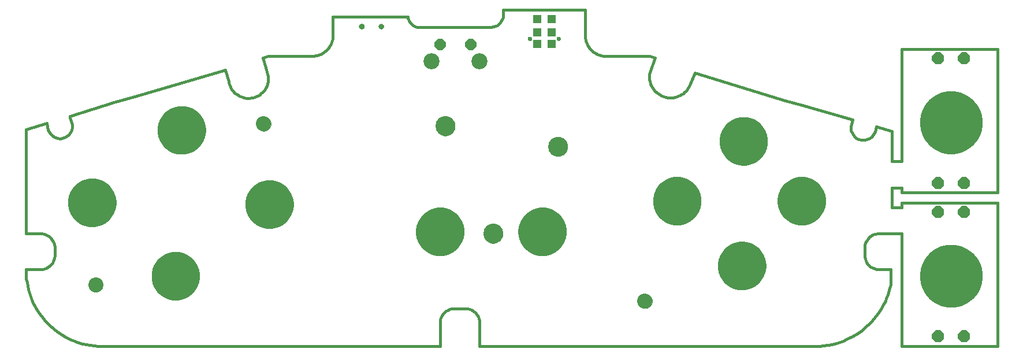
<source format=gbs>
G75*
G70*
%OFA0B0*%
%FSLAX24Y24*%
%IPPOS*%
%LPD*%
%AMOC8*
5,1,8,0,0,1.08239X$1,22.5*
%
%ADD10C,0.0000*%
%ADD11C,0.1142*%
%ADD12C,0.0867*%
%ADD13C,0.0160*%
%ADD14C,0.2008*%
%ADD15R,0.0512X0.0512*%
%ADD16C,0.0316*%
%ADD17C,0.2835*%
%ADD18OC8,0.0700*%
%ADD19OC8,0.0640*%
%ADD20C,0.0925*%
%ADD21C,0.0237*%
D10*
X004901Y004920D02*
X004903Y004960D01*
X004909Y005001D01*
X004919Y005040D01*
X004932Y005078D01*
X004950Y005115D01*
X004971Y005149D01*
X004995Y005182D01*
X005022Y005212D01*
X005052Y005239D01*
X005085Y005263D01*
X005119Y005284D01*
X005156Y005302D01*
X005194Y005315D01*
X005233Y005325D01*
X005274Y005331D01*
X005314Y005333D01*
X005354Y005331D01*
X005395Y005325D01*
X005434Y005315D01*
X005472Y005302D01*
X005509Y005284D01*
X005543Y005263D01*
X005576Y005239D01*
X005606Y005212D01*
X005633Y005182D01*
X005657Y005149D01*
X005678Y005115D01*
X005696Y005078D01*
X005709Y005040D01*
X005719Y005001D01*
X005725Y004960D01*
X005727Y004920D01*
X005725Y004880D01*
X005719Y004839D01*
X005709Y004800D01*
X005696Y004762D01*
X005678Y004725D01*
X005657Y004691D01*
X005633Y004658D01*
X005606Y004628D01*
X005576Y004601D01*
X005543Y004577D01*
X005509Y004556D01*
X005472Y004538D01*
X005434Y004525D01*
X005395Y004515D01*
X005354Y004509D01*
X005314Y004507D01*
X005274Y004509D01*
X005233Y004515D01*
X005194Y004525D01*
X005156Y004538D01*
X005119Y004556D01*
X005085Y004577D01*
X005052Y004601D01*
X005022Y004628D01*
X004995Y004658D01*
X004971Y004691D01*
X004950Y004725D01*
X004932Y004762D01*
X004919Y004800D01*
X004909Y004839D01*
X004903Y004880D01*
X004901Y004920D01*
X024940Y014074D02*
X024942Y014121D01*
X024948Y014167D01*
X024958Y014213D01*
X024971Y014258D01*
X024989Y014301D01*
X025010Y014343D01*
X025034Y014383D01*
X025062Y014420D01*
X025093Y014455D01*
X025127Y014488D01*
X025163Y014517D01*
X025202Y014543D01*
X025243Y014566D01*
X025286Y014585D01*
X025330Y014601D01*
X025375Y014613D01*
X025421Y014621D01*
X025468Y014625D01*
X025514Y014625D01*
X025561Y014621D01*
X025607Y014613D01*
X025652Y014601D01*
X025696Y014585D01*
X025739Y014566D01*
X025780Y014543D01*
X025819Y014517D01*
X025855Y014488D01*
X025889Y014455D01*
X025920Y014420D01*
X025948Y014383D01*
X025972Y014343D01*
X025993Y014301D01*
X026011Y014258D01*
X026024Y014213D01*
X026034Y014167D01*
X026040Y014121D01*
X026042Y014074D01*
X026040Y014027D01*
X026034Y013981D01*
X026024Y013935D01*
X026011Y013890D01*
X025993Y013847D01*
X025972Y013805D01*
X025948Y013765D01*
X025920Y013728D01*
X025889Y013693D01*
X025855Y013660D01*
X025819Y013631D01*
X025780Y013605D01*
X025739Y013582D01*
X025696Y013563D01*
X025652Y013547D01*
X025607Y013535D01*
X025561Y013527D01*
X025514Y013523D01*
X025468Y013523D01*
X025421Y013527D01*
X025375Y013535D01*
X025330Y013547D01*
X025286Y013563D01*
X025243Y013582D01*
X025202Y013605D01*
X025163Y013631D01*
X025127Y013660D01*
X025093Y013693D01*
X025062Y013728D01*
X025034Y013765D01*
X025010Y013805D01*
X024989Y013847D01*
X024971Y013890D01*
X024958Y013935D01*
X024948Y013981D01*
X024942Y014027D01*
X024940Y014074D01*
X031436Y012893D02*
X031438Y012940D01*
X031444Y012986D01*
X031454Y013032D01*
X031467Y013077D01*
X031485Y013120D01*
X031506Y013162D01*
X031530Y013202D01*
X031558Y013239D01*
X031589Y013274D01*
X031623Y013307D01*
X031659Y013336D01*
X031698Y013362D01*
X031739Y013385D01*
X031782Y013404D01*
X031826Y013420D01*
X031871Y013432D01*
X031917Y013440D01*
X031964Y013444D01*
X032010Y013444D01*
X032057Y013440D01*
X032103Y013432D01*
X032148Y013420D01*
X032192Y013404D01*
X032235Y013385D01*
X032276Y013362D01*
X032315Y013336D01*
X032351Y013307D01*
X032385Y013274D01*
X032416Y013239D01*
X032444Y013202D01*
X032468Y013162D01*
X032489Y013120D01*
X032507Y013077D01*
X032520Y013032D01*
X032530Y012986D01*
X032536Y012940D01*
X032538Y012893D01*
X032536Y012846D01*
X032530Y012800D01*
X032520Y012754D01*
X032507Y012709D01*
X032489Y012666D01*
X032468Y012624D01*
X032444Y012584D01*
X032416Y012547D01*
X032385Y012512D01*
X032351Y012479D01*
X032315Y012450D01*
X032276Y012424D01*
X032235Y012401D01*
X032192Y012382D01*
X032148Y012366D01*
X032103Y012354D01*
X032057Y012346D01*
X032010Y012342D01*
X031964Y012342D01*
X031917Y012346D01*
X031871Y012354D01*
X031826Y012366D01*
X031782Y012382D01*
X031739Y012401D01*
X031698Y012424D01*
X031659Y012450D01*
X031623Y012479D01*
X031589Y012512D01*
X031558Y012547D01*
X031530Y012584D01*
X031506Y012624D01*
X031485Y012666D01*
X031467Y012709D01*
X031454Y012754D01*
X031444Y012800D01*
X031438Y012846D01*
X031436Y012893D01*
X027696Y007873D02*
X027698Y007920D01*
X027704Y007966D01*
X027714Y008012D01*
X027727Y008057D01*
X027745Y008100D01*
X027766Y008142D01*
X027790Y008182D01*
X027818Y008219D01*
X027849Y008254D01*
X027883Y008287D01*
X027919Y008316D01*
X027958Y008342D01*
X027999Y008365D01*
X028042Y008384D01*
X028086Y008400D01*
X028131Y008412D01*
X028177Y008420D01*
X028224Y008424D01*
X028270Y008424D01*
X028317Y008420D01*
X028363Y008412D01*
X028408Y008400D01*
X028452Y008384D01*
X028495Y008365D01*
X028536Y008342D01*
X028575Y008316D01*
X028611Y008287D01*
X028645Y008254D01*
X028676Y008219D01*
X028704Y008182D01*
X028728Y008142D01*
X028749Y008100D01*
X028767Y008057D01*
X028780Y008012D01*
X028790Y007966D01*
X028796Y007920D01*
X028798Y007873D01*
X028796Y007826D01*
X028790Y007780D01*
X028780Y007734D01*
X028767Y007689D01*
X028749Y007646D01*
X028728Y007604D01*
X028704Y007564D01*
X028676Y007527D01*
X028645Y007492D01*
X028611Y007459D01*
X028575Y007430D01*
X028536Y007404D01*
X028495Y007381D01*
X028452Y007362D01*
X028408Y007346D01*
X028363Y007334D01*
X028317Y007326D01*
X028270Y007322D01*
X028224Y007322D01*
X028177Y007326D01*
X028131Y007334D01*
X028086Y007346D01*
X028042Y007362D01*
X027999Y007381D01*
X027958Y007404D01*
X027919Y007430D01*
X027883Y007459D01*
X027849Y007492D01*
X027818Y007527D01*
X027790Y007564D01*
X027766Y007604D01*
X027745Y007646D01*
X027727Y007689D01*
X027714Y007734D01*
X027704Y007780D01*
X027698Y007826D01*
X027696Y007873D01*
X036594Y003975D02*
X036596Y004015D01*
X036602Y004056D01*
X036612Y004095D01*
X036625Y004133D01*
X036643Y004170D01*
X036664Y004204D01*
X036688Y004237D01*
X036715Y004267D01*
X036745Y004294D01*
X036778Y004318D01*
X036812Y004339D01*
X036849Y004357D01*
X036887Y004370D01*
X036926Y004380D01*
X036967Y004386D01*
X037007Y004388D01*
X037047Y004386D01*
X037088Y004380D01*
X037127Y004370D01*
X037165Y004357D01*
X037202Y004339D01*
X037236Y004318D01*
X037269Y004294D01*
X037299Y004267D01*
X037326Y004237D01*
X037350Y004204D01*
X037371Y004170D01*
X037389Y004133D01*
X037402Y004095D01*
X037412Y004056D01*
X037418Y004015D01*
X037420Y003975D01*
X037418Y003935D01*
X037412Y003894D01*
X037402Y003855D01*
X037389Y003817D01*
X037371Y003780D01*
X037350Y003746D01*
X037326Y003713D01*
X037299Y003683D01*
X037269Y003656D01*
X037236Y003632D01*
X037202Y003611D01*
X037165Y003593D01*
X037127Y003580D01*
X037088Y003570D01*
X037047Y003564D01*
X037007Y003562D01*
X036967Y003564D01*
X036926Y003570D01*
X036887Y003580D01*
X036849Y003593D01*
X036812Y003611D01*
X036778Y003632D01*
X036745Y003656D01*
X036715Y003683D01*
X036688Y003713D01*
X036664Y003746D01*
X036643Y003780D01*
X036625Y003817D01*
X036612Y003855D01*
X036602Y003894D01*
X036596Y003935D01*
X036594Y003975D01*
X014596Y014201D02*
X014598Y014241D01*
X014604Y014282D01*
X014614Y014321D01*
X014627Y014359D01*
X014645Y014396D01*
X014666Y014430D01*
X014690Y014463D01*
X014717Y014493D01*
X014747Y014520D01*
X014780Y014544D01*
X014814Y014565D01*
X014851Y014583D01*
X014889Y014596D01*
X014928Y014606D01*
X014969Y014612D01*
X015009Y014614D01*
X015049Y014612D01*
X015090Y014606D01*
X015129Y014596D01*
X015167Y014583D01*
X015204Y014565D01*
X015238Y014544D01*
X015271Y014520D01*
X015301Y014493D01*
X015328Y014463D01*
X015352Y014430D01*
X015373Y014396D01*
X015391Y014359D01*
X015404Y014321D01*
X015414Y014282D01*
X015420Y014241D01*
X015422Y014201D01*
X015420Y014161D01*
X015414Y014120D01*
X015404Y014081D01*
X015391Y014043D01*
X015373Y014006D01*
X015352Y013972D01*
X015328Y013939D01*
X015301Y013909D01*
X015271Y013882D01*
X015238Y013858D01*
X015204Y013837D01*
X015167Y013819D01*
X015129Y013806D01*
X015090Y013796D01*
X015049Y013790D01*
X015009Y013788D01*
X014969Y013790D01*
X014928Y013796D01*
X014889Y013806D01*
X014851Y013819D01*
X014814Y013837D01*
X014780Y013858D01*
X014747Y013882D01*
X014717Y013909D01*
X014690Y013939D01*
X014666Y013972D01*
X014645Y014006D01*
X014627Y014043D01*
X014614Y014081D01*
X014604Y014120D01*
X014598Y014161D01*
X014596Y014201D01*
X020530Y019826D02*
X020532Y019849D01*
X020538Y019872D01*
X020548Y019893D01*
X020561Y019913D01*
X020577Y019930D01*
X020596Y019944D01*
X020617Y019954D01*
X020639Y019961D01*
X020662Y019964D01*
X020686Y019963D01*
X020708Y019958D01*
X020730Y019949D01*
X020750Y019937D01*
X020768Y019921D01*
X020782Y019903D01*
X020794Y019883D01*
X020802Y019861D01*
X020806Y019838D01*
X020806Y019814D01*
X020802Y019791D01*
X020794Y019769D01*
X020782Y019749D01*
X020768Y019731D01*
X020750Y019715D01*
X020730Y019703D01*
X020708Y019694D01*
X020686Y019689D01*
X020662Y019688D01*
X020639Y019691D01*
X020617Y019698D01*
X020596Y019708D01*
X020577Y019722D01*
X020561Y019739D01*
X020548Y019759D01*
X020538Y019780D01*
X020532Y019803D01*
X020530Y019826D01*
X021652Y019826D02*
X021654Y019849D01*
X021660Y019872D01*
X021670Y019893D01*
X021683Y019913D01*
X021699Y019930D01*
X021718Y019944D01*
X021739Y019954D01*
X021761Y019961D01*
X021784Y019964D01*
X021808Y019963D01*
X021830Y019958D01*
X021852Y019949D01*
X021872Y019937D01*
X021890Y019921D01*
X021904Y019903D01*
X021916Y019883D01*
X021924Y019861D01*
X021928Y019838D01*
X021928Y019814D01*
X021924Y019791D01*
X021916Y019769D01*
X021904Y019749D01*
X021890Y019731D01*
X021872Y019715D01*
X021852Y019703D01*
X021830Y019694D01*
X021808Y019689D01*
X021784Y019688D01*
X021761Y019691D01*
X021739Y019698D01*
X021718Y019708D01*
X021699Y019722D01*
X021683Y019739D01*
X021670Y019759D01*
X021660Y019780D01*
X021654Y019803D01*
X021652Y019826D01*
X030275Y019109D02*
X030277Y019128D01*
X030282Y019147D01*
X030292Y019163D01*
X030304Y019178D01*
X030319Y019190D01*
X030335Y019200D01*
X030354Y019205D01*
X030373Y019207D01*
X030392Y019205D01*
X030411Y019200D01*
X030427Y019190D01*
X030442Y019178D01*
X030454Y019163D01*
X030464Y019147D01*
X030469Y019128D01*
X030471Y019109D01*
X030469Y019090D01*
X030464Y019071D01*
X030454Y019055D01*
X030442Y019040D01*
X030427Y019028D01*
X030411Y019018D01*
X030392Y019013D01*
X030373Y019011D01*
X030354Y019013D01*
X030335Y019018D01*
X030319Y019028D01*
X030304Y019040D01*
X030292Y019055D01*
X030282Y019071D01*
X030277Y019090D01*
X030275Y019109D01*
X031929Y019109D02*
X031931Y019128D01*
X031936Y019147D01*
X031946Y019163D01*
X031958Y019178D01*
X031973Y019190D01*
X031989Y019200D01*
X032008Y019205D01*
X032027Y019207D01*
X032046Y019205D01*
X032065Y019200D01*
X032081Y019190D01*
X032096Y019178D01*
X032108Y019163D01*
X032118Y019147D01*
X032123Y019128D01*
X032125Y019109D01*
X032123Y019090D01*
X032118Y019071D01*
X032108Y019055D01*
X032096Y019040D01*
X032081Y019028D01*
X032065Y019018D01*
X032046Y019013D01*
X032027Y019011D01*
X032008Y019013D01*
X031989Y019018D01*
X031973Y019028D01*
X031958Y019040D01*
X031946Y019055D01*
X031936Y019071D01*
X031931Y019090D01*
X031929Y019109D01*
D11*
X025491Y014074D03*
X031987Y012893D03*
X028247Y007873D03*
D12*
X037007Y003975D03*
X015009Y014201D03*
X005314Y004920D03*
D13*
X003900Y001750D02*
X003710Y001840D01*
X003550Y001920D01*
X003350Y002040D01*
X003110Y002200D01*
X002880Y002380D01*
X002660Y002570D01*
X002550Y002680D01*
X002400Y002840D01*
X002280Y002980D01*
X002180Y003110D01*
X002060Y003270D01*
X001960Y003420D01*
X001830Y003650D01*
X001710Y003870D01*
X001640Y004030D01*
X001520Y004350D01*
X001430Y004660D01*
X001380Y004870D01*
X001350Y005040D01*
X001310Y005290D01*
X001280Y005800D01*
X002120Y005810D01*
X002210Y005810D01*
X002260Y005820D01*
X002350Y005840D01*
X002460Y005880D01*
X002560Y005930D01*
X002660Y006000D01*
X002750Y006100D01*
X002820Y006190D01*
X002870Y006280D01*
X002900Y006340D01*
X002940Y006470D01*
X002950Y006590D01*
X002950Y007100D01*
X002930Y007230D01*
X002920Y007270D01*
X002870Y007410D01*
X002720Y007620D01*
X002620Y007710D01*
X002490Y007790D01*
X002370Y007840D01*
X002190Y007870D01*
X001280Y007870D01*
X001280Y013880D01*
X002490Y014240D01*
X002570Y013850D01*
X002680Y013640D01*
X002830Y013500D01*
X002940Y013430D01*
X003110Y013370D01*
X003260Y013360D01*
X003480Y013400D01*
X003640Y013480D01*
X003760Y013570D01*
X003850Y013700D01*
X003920Y013830D01*
X003960Y014020D01*
X003950Y014160D01*
X003930Y014280D01*
X003840Y014550D01*
X003820Y014660D01*
X006460Y015470D01*
X006600Y015510D01*
X007560Y015790D01*
X012780Y017320D01*
X012980Y016640D01*
X013000Y016570D01*
X013020Y016490D01*
X013050Y016410D01*
X013140Y016230D01*
X013170Y016190D01*
X013220Y016120D01*
X013260Y016070D01*
X013340Y015990D01*
X013400Y015940D01*
X013450Y015900D01*
X013560Y015830D01*
X013610Y015800D01*
X013690Y015770D01*
X013790Y015730D01*
X013860Y015710D01*
X013910Y015700D01*
X013980Y015690D01*
X014020Y015690D01*
X014160Y015680D01*
X014320Y015700D01*
X014410Y015720D01*
X014490Y015740D01*
X014570Y015770D01*
X014720Y015850D01*
X014790Y015890D01*
X014840Y015930D01*
X014960Y016040D01*
X015050Y016150D01*
X015130Y016280D01*
X015180Y016370D01*
X015230Y016520D01*
X015260Y016650D01*
X015270Y016740D01*
X015270Y016950D01*
X015130Y017430D01*
X014960Y018010D01*
X015260Y018110D01*
X017860Y018110D01*
X018060Y018130D01*
X018190Y018170D01*
X018350Y018230D01*
X018510Y018330D01*
X018630Y018430D01*
X018720Y018530D01*
X018810Y018650D01*
X018900Y018820D01*
X018960Y019000D01*
X018990Y019110D01*
X019000Y019160D01*
X019000Y020376D01*
X023320Y020376D01*
X023340Y020282D01*
X023350Y020260D01*
X023400Y020130D01*
X023460Y020040D01*
X023550Y019940D01*
X023630Y019880D01*
X023750Y019820D01*
X023860Y019790D01*
X023940Y019780D01*
X028140Y019780D01*
X028270Y019800D01*
X028390Y019840D01*
X028490Y019890D01*
X028570Y019950D01*
X028670Y020050D01*
X028710Y020100D01*
X028770Y020210D01*
X028800Y020290D01*
X028820Y020350D01*
X028830Y020410D01*
X028840Y020770D01*
X033560Y020770D01*
X033560Y019200D01*
X033600Y018980D01*
X033650Y018850D01*
X033690Y018760D01*
X033750Y018660D01*
X033820Y018560D01*
X033930Y018440D01*
X034020Y018360D01*
X034160Y018270D01*
X034270Y018210D01*
X034370Y018170D01*
X034480Y018140D01*
X034580Y018120D01*
X034750Y018110D01*
X037310Y018110D01*
X037600Y018010D01*
X037290Y017190D01*
X037270Y017060D01*
X037260Y016910D01*
X037270Y016790D01*
X037300Y016630D01*
X037330Y016540D01*
X037340Y016490D01*
X037390Y016390D01*
X037490Y016220D01*
X037610Y016070D01*
X037690Y016000D01*
X037830Y015900D01*
X037980Y015810D01*
X038190Y015750D01*
X038330Y015720D01*
X038400Y015710D01*
X038520Y015710D01*
X038630Y015720D01*
X038750Y015740D01*
X038860Y015770D01*
X038940Y015800D01*
X039030Y015840D01*
X039130Y015900D01*
X039220Y015960D01*
X039300Y016030D01*
X039370Y016090D01*
X039430Y016160D01*
X039470Y016210D01*
X039570Y016370D01*
X039600Y016440D01*
X039880Y017130D01*
X045080Y015560D01*
X046090Y015270D01*
X048980Y014450D01*
X048890Y014030D01*
X048910Y013810D01*
X048980Y013640D01*
X049080Y013490D01*
X049200Y013390D01*
X049320Y013320D01*
X049490Y013270D01*
X049700Y013270D01*
X049920Y013330D01*
X050090Y013450D01*
X050170Y013540D01*
X050280Y013730D01*
X050360Y014050D01*
X051270Y013780D01*
X051270Y012040D01*
X051840Y012040D01*
X051840Y018508D01*
X057352Y018508D01*
X057352Y010240D01*
X051840Y010240D01*
X051840Y010520D01*
X051270Y010520D01*
X051270Y009370D01*
X051840Y009370D01*
X051840Y009648D01*
X057352Y009648D01*
X057352Y001380D01*
X051840Y001380D01*
X051840Y007870D01*
X050430Y007870D01*
X050340Y007860D01*
X050260Y007840D01*
X050170Y007810D01*
X050050Y007740D01*
X049960Y007670D01*
X049880Y007590D01*
X049800Y007460D01*
X049740Y007330D01*
X049710Y007210D01*
X049700Y006550D01*
X049720Y006410D01*
X049800Y006210D01*
X049870Y006100D01*
X050030Y005960D01*
X050120Y005900D01*
X050290Y005830D01*
X050370Y005810D01*
X051200Y005810D01*
X051200Y005080D01*
X051180Y004900D01*
X051140Y004730D01*
X051020Y004340D01*
X050940Y004130D01*
X050880Y003990D01*
X050770Y003770D01*
X050620Y003510D01*
X050470Y003280D01*
X050090Y002810D01*
X049970Y002690D01*
X049770Y002500D01*
X049620Y002370D01*
X049520Y002290D01*
X049340Y002160D01*
X049230Y002090D01*
X049100Y002010D01*
X048980Y001940D01*
X048770Y001830D01*
X048640Y001770D01*
X048460Y001690D01*
X048260Y001620D01*
X048070Y001560D01*
X047810Y001490D01*
X047600Y001450D01*
X047270Y001400D01*
X047120Y001390D01*
X046940Y001380D01*
X027460Y001380D01*
X027460Y002840D01*
X027420Y002990D01*
X027390Y003070D01*
X027340Y003170D01*
X027220Y003320D01*
X027110Y003410D01*
X027000Y003470D01*
X026880Y003510D01*
X026810Y003530D01*
X026740Y003540D01*
X025940Y003540D01*
X025820Y003530D01*
X025730Y003500D01*
X025630Y003460D01*
X025540Y003410D01*
X025460Y003350D01*
X025370Y003250D01*
X025290Y003140D01*
X025260Y003070D01*
X025240Y003020D01*
X025210Y002900D01*
X025190Y002810D01*
X025190Y001380D01*
X005470Y001380D01*
X005240Y001400D01*
X005000Y001430D01*
X004560Y001520D01*
X004320Y001590D01*
X004100Y001670D01*
X003900Y001750D01*
D14*
X009546Y005412D02*
X009548Y005451D01*
X009554Y005490D01*
X009564Y005528D01*
X009577Y005565D01*
X009594Y005600D01*
X009614Y005634D01*
X009638Y005665D01*
X009665Y005694D01*
X009694Y005720D01*
X009726Y005743D01*
X009760Y005763D01*
X009796Y005779D01*
X009833Y005791D01*
X009872Y005800D01*
X009911Y005805D01*
X009950Y005806D01*
X009989Y005803D01*
X010028Y005796D01*
X010065Y005785D01*
X010102Y005771D01*
X010137Y005753D01*
X010170Y005732D01*
X010201Y005707D01*
X010229Y005680D01*
X010254Y005650D01*
X010276Y005617D01*
X010295Y005583D01*
X010310Y005547D01*
X010322Y005509D01*
X010330Y005471D01*
X010334Y005432D01*
X010334Y005392D01*
X010330Y005353D01*
X010322Y005315D01*
X010310Y005277D01*
X010295Y005241D01*
X010276Y005207D01*
X010254Y005174D01*
X010229Y005144D01*
X010201Y005117D01*
X010170Y005092D01*
X010137Y005071D01*
X010102Y005053D01*
X010065Y005039D01*
X010028Y005028D01*
X009989Y005021D01*
X009950Y005018D01*
X009911Y005019D01*
X009872Y005024D01*
X009833Y005033D01*
X009796Y005045D01*
X009760Y005061D01*
X009726Y005081D01*
X009694Y005104D01*
X009665Y005130D01*
X009638Y005159D01*
X009614Y005190D01*
X009594Y005224D01*
X009577Y005259D01*
X009564Y005296D01*
X009554Y005334D01*
X009548Y005373D01*
X009546Y005412D01*
X014959Y009546D02*
X014961Y009585D01*
X014967Y009624D01*
X014977Y009662D01*
X014990Y009699D01*
X015007Y009734D01*
X015027Y009768D01*
X015051Y009799D01*
X015078Y009828D01*
X015107Y009854D01*
X015139Y009877D01*
X015173Y009897D01*
X015209Y009913D01*
X015246Y009925D01*
X015285Y009934D01*
X015324Y009939D01*
X015363Y009940D01*
X015402Y009937D01*
X015441Y009930D01*
X015478Y009919D01*
X015515Y009905D01*
X015550Y009887D01*
X015583Y009866D01*
X015614Y009841D01*
X015642Y009814D01*
X015667Y009784D01*
X015689Y009751D01*
X015708Y009717D01*
X015723Y009681D01*
X015735Y009643D01*
X015743Y009605D01*
X015747Y009566D01*
X015747Y009526D01*
X015743Y009487D01*
X015735Y009449D01*
X015723Y009411D01*
X015708Y009375D01*
X015689Y009341D01*
X015667Y009308D01*
X015642Y009278D01*
X015614Y009251D01*
X015583Y009226D01*
X015550Y009205D01*
X015515Y009187D01*
X015478Y009173D01*
X015441Y009162D01*
X015402Y009155D01*
X015363Y009152D01*
X015324Y009153D01*
X015285Y009158D01*
X015246Y009167D01*
X015209Y009179D01*
X015173Y009195D01*
X015139Y009215D01*
X015107Y009238D01*
X015078Y009264D01*
X015051Y009293D01*
X015027Y009324D01*
X015007Y009358D01*
X014990Y009393D01*
X014977Y009430D01*
X014967Y009468D01*
X014961Y009507D01*
X014959Y009546D01*
X024802Y007971D02*
X024804Y008010D01*
X024810Y008049D01*
X024820Y008087D01*
X024833Y008124D01*
X024850Y008159D01*
X024870Y008193D01*
X024894Y008224D01*
X024921Y008253D01*
X024950Y008279D01*
X024982Y008302D01*
X025016Y008322D01*
X025052Y008338D01*
X025089Y008350D01*
X025128Y008359D01*
X025167Y008364D01*
X025206Y008365D01*
X025245Y008362D01*
X025284Y008355D01*
X025321Y008344D01*
X025358Y008330D01*
X025393Y008312D01*
X025426Y008291D01*
X025457Y008266D01*
X025485Y008239D01*
X025510Y008209D01*
X025532Y008176D01*
X025551Y008142D01*
X025566Y008106D01*
X025578Y008068D01*
X025586Y008030D01*
X025590Y007991D01*
X025590Y007951D01*
X025586Y007912D01*
X025578Y007874D01*
X025566Y007836D01*
X025551Y007800D01*
X025532Y007766D01*
X025510Y007733D01*
X025485Y007703D01*
X025457Y007676D01*
X025426Y007651D01*
X025393Y007630D01*
X025358Y007612D01*
X025321Y007598D01*
X025284Y007587D01*
X025245Y007580D01*
X025206Y007577D01*
X025167Y007578D01*
X025128Y007583D01*
X025089Y007592D01*
X025052Y007604D01*
X025016Y007620D01*
X024982Y007640D01*
X024950Y007663D01*
X024921Y007689D01*
X024894Y007718D01*
X024870Y007749D01*
X024850Y007783D01*
X024833Y007818D01*
X024820Y007855D01*
X024810Y007893D01*
X024804Y007932D01*
X024802Y007971D01*
X030707Y007971D02*
X030709Y008010D01*
X030715Y008049D01*
X030725Y008087D01*
X030738Y008124D01*
X030755Y008159D01*
X030775Y008193D01*
X030799Y008224D01*
X030826Y008253D01*
X030855Y008279D01*
X030887Y008302D01*
X030921Y008322D01*
X030957Y008338D01*
X030994Y008350D01*
X031033Y008359D01*
X031072Y008364D01*
X031111Y008365D01*
X031150Y008362D01*
X031189Y008355D01*
X031226Y008344D01*
X031263Y008330D01*
X031298Y008312D01*
X031331Y008291D01*
X031362Y008266D01*
X031390Y008239D01*
X031415Y008209D01*
X031437Y008176D01*
X031456Y008142D01*
X031471Y008106D01*
X031483Y008068D01*
X031491Y008030D01*
X031495Y007991D01*
X031495Y007951D01*
X031491Y007912D01*
X031483Y007874D01*
X031471Y007836D01*
X031456Y007800D01*
X031437Y007766D01*
X031415Y007733D01*
X031390Y007703D01*
X031362Y007676D01*
X031331Y007651D01*
X031298Y007630D01*
X031263Y007612D01*
X031226Y007598D01*
X031189Y007587D01*
X031150Y007580D01*
X031111Y007577D01*
X031072Y007578D01*
X031033Y007583D01*
X030994Y007592D01*
X030957Y007604D01*
X030921Y007620D01*
X030887Y007640D01*
X030855Y007663D01*
X030826Y007689D01*
X030799Y007718D01*
X030775Y007749D01*
X030755Y007783D01*
X030738Y007818D01*
X030725Y007855D01*
X030715Y007893D01*
X030709Y007932D01*
X030707Y007971D01*
X038483Y009743D02*
X038485Y009782D01*
X038491Y009821D01*
X038501Y009859D01*
X038514Y009896D01*
X038531Y009931D01*
X038551Y009965D01*
X038575Y009996D01*
X038602Y010025D01*
X038631Y010051D01*
X038663Y010074D01*
X038697Y010094D01*
X038733Y010110D01*
X038770Y010122D01*
X038809Y010131D01*
X038848Y010136D01*
X038887Y010137D01*
X038926Y010134D01*
X038965Y010127D01*
X039002Y010116D01*
X039039Y010102D01*
X039074Y010084D01*
X039107Y010063D01*
X039138Y010038D01*
X039166Y010011D01*
X039191Y009981D01*
X039213Y009948D01*
X039232Y009914D01*
X039247Y009878D01*
X039259Y009840D01*
X039267Y009802D01*
X039271Y009763D01*
X039271Y009723D01*
X039267Y009684D01*
X039259Y009646D01*
X039247Y009608D01*
X039232Y009572D01*
X039213Y009538D01*
X039191Y009505D01*
X039166Y009475D01*
X039138Y009448D01*
X039107Y009423D01*
X039074Y009402D01*
X039039Y009384D01*
X039002Y009370D01*
X038965Y009359D01*
X038926Y009352D01*
X038887Y009349D01*
X038848Y009350D01*
X038809Y009355D01*
X038770Y009364D01*
X038733Y009376D01*
X038697Y009392D01*
X038663Y009412D01*
X038631Y009435D01*
X038602Y009461D01*
X038575Y009490D01*
X038551Y009521D01*
X038531Y009555D01*
X038514Y009590D01*
X038501Y009627D01*
X038491Y009665D01*
X038485Y009704D01*
X038483Y009743D01*
X045668Y009743D02*
X045670Y009782D01*
X045676Y009821D01*
X045686Y009859D01*
X045699Y009896D01*
X045716Y009931D01*
X045736Y009965D01*
X045760Y009996D01*
X045787Y010025D01*
X045816Y010051D01*
X045848Y010074D01*
X045882Y010094D01*
X045918Y010110D01*
X045955Y010122D01*
X045994Y010131D01*
X046033Y010136D01*
X046072Y010137D01*
X046111Y010134D01*
X046150Y010127D01*
X046187Y010116D01*
X046224Y010102D01*
X046259Y010084D01*
X046292Y010063D01*
X046323Y010038D01*
X046351Y010011D01*
X046376Y009981D01*
X046398Y009948D01*
X046417Y009914D01*
X046432Y009878D01*
X046444Y009840D01*
X046452Y009802D01*
X046456Y009763D01*
X046456Y009723D01*
X046452Y009684D01*
X046444Y009646D01*
X046432Y009608D01*
X046417Y009572D01*
X046398Y009538D01*
X046376Y009505D01*
X046351Y009475D01*
X046323Y009448D01*
X046292Y009423D01*
X046259Y009402D01*
X046224Y009384D01*
X046187Y009370D01*
X046150Y009359D01*
X046111Y009352D01*
X046072Y009349D01*
X046033Y009350D01*
X045994Y009355D01*
X045955Y009364D01*
X045918Y009376D01*
X045882Y009392D01*
X045848Y009412D01*
X045816Y009435D01*
X045787Y009461D01*
X045760Y009490D01*
X045736Y009521D01*
X045716Y009555D01*
X045699Y009590D01*
X045686Y009627D01*
X045676Y009665D01*
X045670Y009704D01*
X045668Y009743D01*
X042321Y013188D02*
X042323Y013227D01*
X042329Y013266D01*
X042339Y013304D01*
X042352Y013341D01*
X042369Y013376D01*
X042389Y013410D01*
X042413Y013441D01*
X042440Y013470D01*
X042469Y013496D01*
X042501Y013519D01*
X042535Y013539D01*
X042571Y013555D01*
X042608Y013567D01*
X042647Y013576D01*
X042686Y013581D01*
X042725Y013582D01*
X042764Y013579D01*
X042803Y013572D01*
X042840Y013561D01*
X042877Y013547D01*
X042912Y013529D01*
X042945Y013508D01*
X042976Y013483D01*
X043004Y013456D01*
X043029Y013426D01*
X043051Y013393D01*
X043070Y013359D01*
X043085Y013323D01*
X043097Y013285D01*
X043105Y013247D01*
X043109Y013208D01*
X043109Y013168D01*
X043105Y013129D01*
X043097Y013091D01*
X043085Y013053D01*
X043070Y013017D01*
X043051Y012983D01*
X043029Y012950D01*
X043004Y012920D01*
X042976Y012893D01*
X042945Y012868D01*
X042912Y012847D01*
X042877Y012829D01*
X042840Y012815D01*
X042803Y012804D01*
X042764Y012797D01*
X042725Y012794D01*
X042686Y012795D01*
X042647Y012800D01*
X042608Y012809D01*
X042571Y012821D01*
X042535Y012837D01*
X042501Y012857D01*
X042469Y012880D01*
X042440Y012906D01*
X042413Y012935D01*
X042389Y012966D01*
X042369Y013000D01*
X042352Y013035D01*
X042339Y013072D01*
X042329Y013110D01*
X042323Y013149D01*
X042321Y013188D01*
X042223Y006003D02*
X042225Y006042D01*
X042231Y006081D01*
X042241Y006119D01*
X042254Y006156D01*
X042271Y006191D01*
X042291Y006225D01*
X042315Y006256D01*
X042342Y006285D01*
X042371Y006311D01*
X042403Y006334D01*
X042437Y006354D01*
X042473Y006370D01*
X042510Y006382D01*
X042549Y006391D01*
X042588Y006396D01*
X042627Y006397D01*
X042666Y006394D01*
X042705Y006387D01*
X042742Y006376D01*
X042779Y006362D01*
X042814Y006344D01*
X042847Y006323D01*
X042878Y006298D01*
X042906Y006271D01*
X042931Y006241D01*
X042953Y006208D01*
X042972Y006174D01*
X042987Y006138D01*
X042999Y006100D01*
X043007Y006062D01*
X043011Y006023D01*
X043011Y005983D01*
X043007Y005944D01*
X042999Y005906D01*
X042987Y005868D01*
X042972Y005832D01*
X042953Y005798D01*
X042931Y005765D01*
X042906Y005735D01*
X042878Y005708D01*
X042847Y005683D01*
X042814Y005662D01*
X042779Y005644D01*
X042742Y005630D01*
X042705Y005619D01*
X042666Y005612D01*
X042627Y005609D01*
X042588Y005610D01*
X042549Y005615D01*
X042510Y005624D01*
X042473Y005636D01*
X042437Y005652D01*
X042403Y005672D01*
X042371Y005695D01*
X042342Y005721D01*
X042315Y005750D01*
X042291Y005781D01*
X042271Y005815D01*
X042254Y005850D01*
X042241Y005887D01*
X042231Y005925D01*
X042225Y005964D01*
X042223Y006003D01*
X009891Y013827D02*
X009893Y013866D01*
X009899Y013905D01*
X009909Y013943D01*
X009922Y013980D01*
X009939Y014015D01*
X009959Y014049D01*
X009983Y014080D01*
X010010Y014109D01*
X010039Y014135D01*
X010071Y014158D01*
X010105Y014178D01*
X010141Y014194D01*
X010178Y014206D01*
X010217Y014215D01*
X010256Y014220D01*
X010295Y014221D01*
X010334Y014218D01*
X010373Y014211D01*
X010410Y014200D01*
X010447Y014186D01*
X010482Y014168D01*
X010515Y014147D01*
X010546Y014122D01*
X010574Y014095D01*
X010599Y014065D01*
X010621Y014032D01*
X010640Y013998D01*
X010655Y013962D01*
X010667Y013924D01*
X010675Y013886D01*
X010679Y013847D01*
X010679Y013807D01*
X010675Y013768D01*
X010667Y013730D01*
X010655Y013692D01*
X010640Y013656D01*
X010621Y013622D01*
X010599Y013589D01*
X010574Y013559D01*
X010546Y013532D01*
X010515Y013507D01*
X010482Y013486D01*
X010447Y013468D01*
X010410Y013454D01*
X010373Y013443D01*
X010334Y013436D01*
X010295Y013433D01*
X010256Y013434D01*
X010217Y013439D01*
X010178Y013448D01*
X010141Y013460D01*
X010105Y013476D01*
X010071Y013496D01*
X010039Y013519D01*
X010010Y013545D01*
X009983Y013574D01*
X009959Y013605D01*
X009939Y013639D01*
X009922Y013674D01*
X009909Y013711D01*
X009899Y013749D01*
X009893Y013788D01*
X009891Y013827D01*
X004723Y009645D02*
X004725Y009684D01*
X004731Y009723D01*
X004741Y009761D01*
X004754Y009798D01*
X004771Y009833D01*
X004791Y009867D01*
X004815Y009898D01*
X004842Y009927D01*
X004871Y009953D01*
X004903Y009976D01*
X004937Y009996D01*
X004973Y010012D01*
X005010Y010024D01*
X005049Y010033D01*
X005088Y010038D01*
X005127Y010039D01*
X005166Y010036D01*
X005205Y010029D01*
X005242Y010018D01*
X005279Y010004D01*
X005314Y009986D01*
X005347Y009965D01*
X005378Y009940D01*
X005406Y009913D01*
X005431Y009883D01*
X005453Y009850D01*
X005472Y009816D01*
X005487Y009780D01*
X005499Y009742D01*
X005507Y009704D01*
X005511Y009665D01*
X005511Y009625D01*
X005507Y009586D01*
X005499Y009548D01*
X005487Y009510D01*
X005472Y009474D01*
X005453Y009440D01*
X005431Y009407D01*
X005406Y009377D01*
X005378Y009350D01*
X005347Y009325D01*
X005314Y009304D01*
X005279Y009286D01*
X005242Y009272D01*
X005205Y009261D01*
X005166Y009254D01*
X005127Y009251D01*
X005088Y009252D01*
X005049Y009257D01*
X005010Y009266D01*
X004973Y009278D01*
X004937Y009294D01*
X004903Y009314D01*
X004871Y009337D01*
X004842Y009363D01*
X004815Y009392D01*
X004791Y009423D01*
X004771Y009457D01*
X004754Y009492D01*
X004741Y009529D01*
X004731Y009567D01*
X004725Y009606D01*
X004723Y009645D01*
D15*
X030787Y018810D03*
X031613Y018810D03*
X031613Y019490D03*
X030787Y019490D03*
X030786Y020244D03*
X031613Y020244D03*
D16*
X021790Y019826D03*
X020668Y019826D03*
D17*
X054284Y014282D02*
X054286Y014321D01*
X054292Y014360D01*
X054302Y014398D01*
X054315Y014435D01*
X054332Y014470D01*
X054352Y014504D01*
X054376Y014535D01*
X054403Y014564D01*
X054432Y014590D01*
X054464Y014613D01*
X054498Y014633D01*
X054534Y014649D01*
X054571Y014661D01*
X054610Y014670D01*
X054649Y014675D01*
X054688Y014676D01*
X054727Y014673D01*
X054766Y014666D01*
X054803Y014655D01*
X054840Y014641D01*
X054875Y014623D01*
X054908Y014602D01*
X054939Y014577D01*
X054967Y014550D01*
X054992Y014520D01*
X055014Y014487D01*
X055033Y014453D01*
X055048Y014417D01*
X055060Y014379D01*
X055068Y014341D01*
X055072Y014302D01*
X055072Y014262D01*
X055068Y014223D01*
X055060Y014185D01*
X055048Y014147D01*
X055033Y014111D01*
X055014Y014077D01*
X054992Y014044D01*
X054967Y014014D01*
X054939Y013987D01*
X054908Y013962D01*
X054875Y013941D01*
X054840Y013923D01*
X054803Y013909D01*
X054766Y013898D01*
X054727Y013891D01*
X054688Y013888D01*
X054649Y013889D01*
X054610Y013894D01*
X054571Y013903D01*
X054534Y013915D01*
X054498Y013931D01*
X054464Y013951D01*
X054432Y013974D01*
X054403Y014000D01*
X054376Y014029D01*
X054352Y014060D01*
X054332Y014094D01*
X054315Y014129D01*
X054302Y014166D01*
X054292Y014204D01*
X054286Y014243D01*
X054284Y014282D01*
X054282Y005432D02*
X054284Y005471D01*
X054290Y005510D01*
X054300Y005548D01*
X054313Y005585D01*
X054330Y005620D01*
X054350Y005654D01*
X054374Y005685D01*
X054401Y005714D01*
X054430Y005740D01*
X054462Y005763D01*
X054496Y005783D01*
X054532Y005799D01*
X054569Y005811D01*
X054608Y005820D01*
X054647Y005825D01*
X054686Y005826D01*
X054725Y005823D01*
X054764Y005816D01*
X054801Y005805D01*
X054838Y005791D01*
X054873Y005773D01*
X054906Y005752D01*
X054937Y005727D01*
X054965Y005700D01*
X054990Y005670D01*
X055012Y005637D01*
X055031Y005603D01*
X055046Y005567D01*
X055058Y005529D01*
X055066Y005491D01*
X055070Y005452D01*
X055070Y005412D01*
X055066Y005373D01*
X055058Y005335D01*
X055046Y005297D01*
X055031Y005261D01*
X055012Y005227D01*
X054990Y005194D01*
X054965Y005164D01*
X054937Y005137D01*
X054906Y005112D01*
X054873Y005091D01*
X054838Y005073D01*
X054801Y005059D01*
X054764Y005048D01*
X054725Y005041D01*
X054686Y005038D01*
X054647Y005039D01*
X054608Y005044D01*
X054569Y005053D01*
X054532Y005065D01*
X054496Y005081D01*
X054462Y005101D01*
X054430Y005124D01*
X054401Y005150D01*
X054374Y005179D01*
X054350Y005210D01*
X054330Y005244D01*
X054313Y005279D01*
X054300Y005316D01*
X054290Y005354D01*
X054284Y005393D01*
X054282Y005432D01*
D18*
X053940Y001928D03*
X055440Y001928D03*
X055440Y009125D03*
X053940Y009125D03*
X053942Y010778D03*
X055442Y010778D03*
X055442Y017975D03*
X053942Y017975D03*
D19*
X026970Y018790D03*
X025190Y018790D03*
D20*
X024700Y017810D03*
X027460Y017810D03*
D21*
X030373Y019109D03*
X032027Y019109D03*
M02*

</source>
